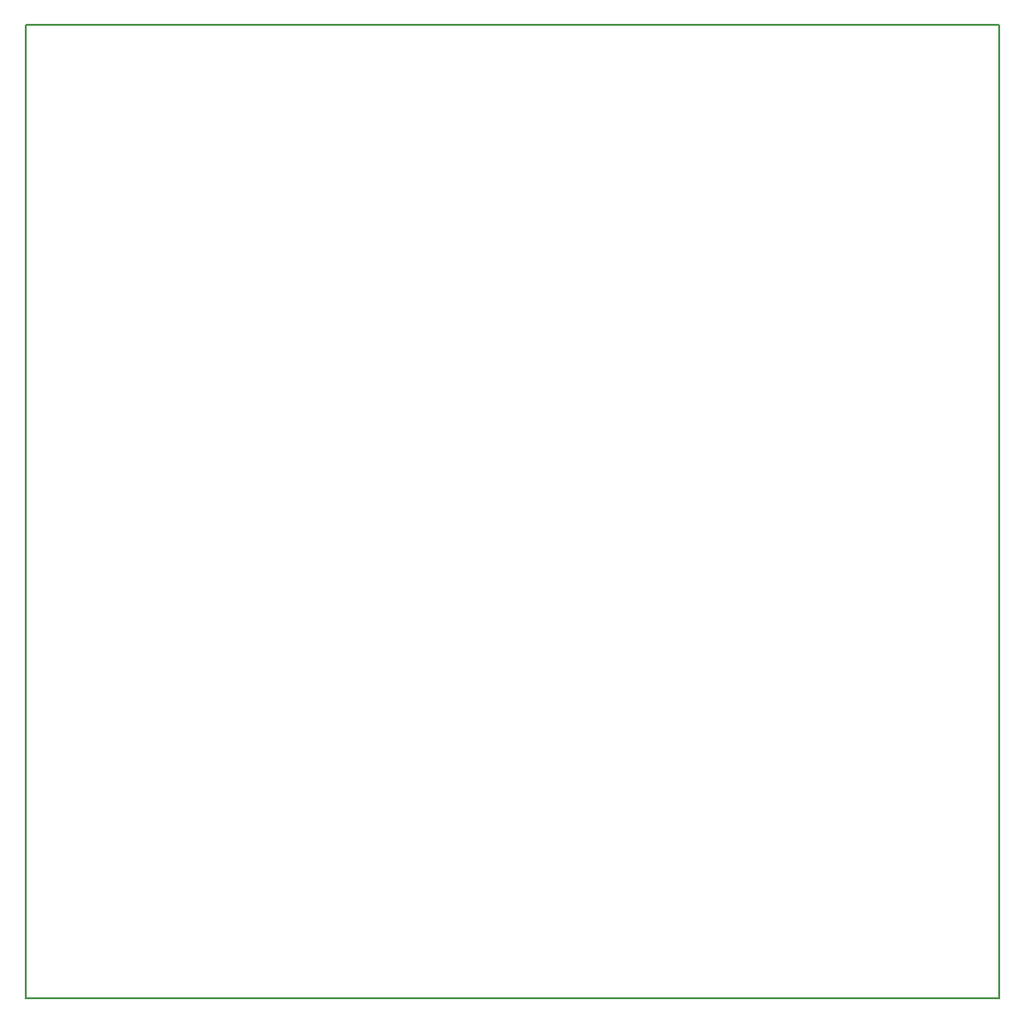
<source format=gbr>
G04 #@! TF.GenerationSoftware,KiCad,Pcbnew,(6.0.1)*
G04 #@! TF.CreationDate,2022-10-16T00:11:52-04:00*
G04 #@! TF.ProjectId,Teensy-Breakout-v6,5465656e-7379-42d4-9272-65616b6f7574,rev?*
G04 #@! TF.SameCoordinates,Original*
G04 #@! TF.FileFunction,Profile,NP*
%FSLAX46Y46*%
G04 Gerber Fmt 4.6, Leading zero omitted, Abs format (unit mm)*
G04 Created by KiCad (PCBNEW (6.0.1)) date 2022-10-16 00:11:52*
%MOMM*%
%LPD*%
G01*
G04 APERTURE LIST*
G04 #@! TA.AperFunction,Profile*
%ADD10C,0.200000*%
G04 #@! TD*
G04 APERTURE END LIST*
D10*
X78105000Y-57785000D02*
X78105000Y-144145000D01*
X164465000Y-144145000D02*
X164465000Y-57785000D01*
X78105000Y-144145000D02*
X164465000Y-144145000D01*
X164465000Y-57785000D02*
X78105000Y-57785000D01*
M02*

</source>
